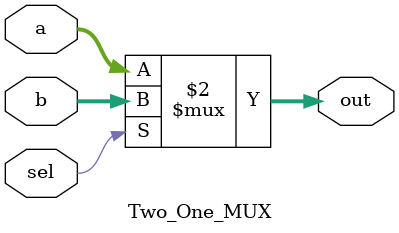
<source format=v>
`timescale 1ns / 1ps


module Two_One_MUX(input  [31:0]a,b,input sel, output wire [31:0] out);

assign out = (sel==1'b0) ? a : b;

endmodule

</source>
